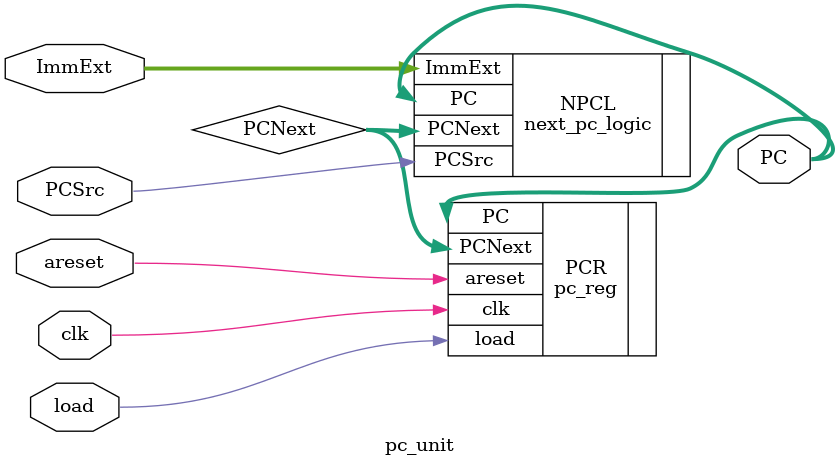
<source format=v>
module pc_unit
(
    input clk ,
    input areset , 
    input load ,
    input PCSrc , 
    input[31:0] ImmExt ,
    output [31:0] PC
);
    wire [31:0] PCNext;
    next_pc_logic NPCL(.PC(PC) ,
                       .ImmExt(ImmExt) ,
                       .PCSrc(PCSrc) , 
                       .PCNext(PCNext));
    pc_reg PCR(.clk(clk) , 
                .areset(areset) ,
                .load(load) , 
                .PCNext(PCNext) ,
                .PC(PC));
endmodule
</source>
